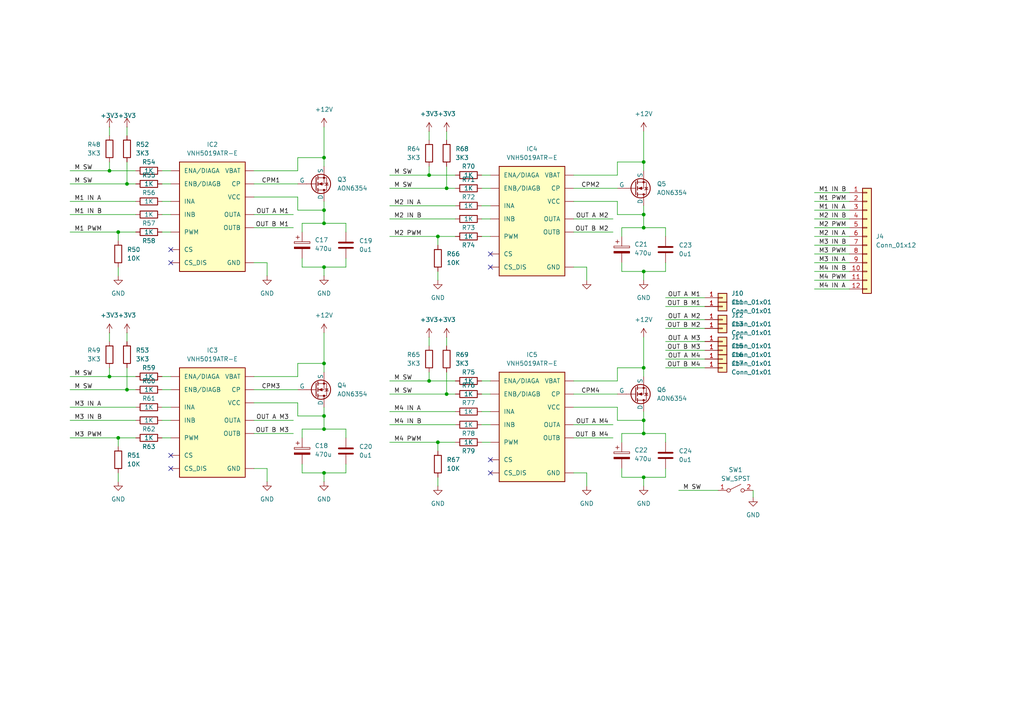
<source format=kicad_sch>
(kicad_sch (version 20231120) (generator "eeschema") (generator_version "8.0")
  (paper "A4")
  (lib_symbols
    (symbol "Connector_Generic:Conn_01x01" (pin_names (offset 1.016) hide)
      (property "Reference" "J" (at 0 2.54 0))
      (property "Value" "Conn_01x01" (at 0 -2.54 0))
      (symbol "Conn_01x01_1_1"
        (rectangle (start -1.27 0.127) (end 0 -0.127) (stroke (width 0.1524)))
        (rectangle (start -1.27 1.27) (end 1.27 -1.27) (stroke (width 0.254)) (fill (type background)))
        (pin passive line (at -5.08 0 0) (length 3.81) (name "Pin_1") (number "1"))
      )
    )
    (symbol "Connector_Generic:Conn_01x12" (pin_names (offset 1.016) hide)
      (property "Reference" "J" (at 0 15.24 0))
      (property "Value" "Conn_01x12" (at 0 -17.78 0))
      (symbol "Conn_01x12_1_1"
        (rectangle (start -1.27 -15.113) (end 0 -15.367) (stroke (width 0.1524)))
        (rectangle (start -1.27 -12.573) (end 0 -12.827) (stroke (width 0.1524)))
        (rectangle (start -1.27 -10.033) (end 0 -10.287) (stroke (width 0.1524)))
        (rectangle (start -1.27 -7.493) (end 0 -7.747) (stroke (width 0.1524)))
        (rectangle (start -1.27 -4.953) (end 0 -5.207) (stroke (width 0.1524)))
        (rectangle (start -1.27 -2.413) (end 0 -2.667) (stroke (width 0.1524)))
        (rectangle (start -1.27 0.127) (end 0 -0.127) (stroke (width 0.1524)))
        (rectangle (start -1.27 2.667) (end 0 2.413) (stroke (width 0.1524)))
        (rectangle (start -1.27 5.207) (end 0 4.953) (stroke (width 0.1524)))
        (rectangle (start -1.27 7.747) (end 0 7.493) (stroke (width 0.1524)))
        (rectangle (start -1.27 10.287) (end 0 10.033) (stroke (width 0.1524)))
        (rectangle (start -1.27 12.827) (end 0 12.573) (stroke (width 0.1524)))
        (rectangle (start -1.27 13.97) (end 1.27 -16.51) (stroke (width 0.254)) (fill (type background)))
        (pin passive line (at -5.08 12.7 0) (length 3.81) (name "Pin_1") (number "1"))
        (pin passive line (at -5.08 -10.16 0) (length 3.81) (name "Pin_10") (number "10"))
        (pin passive line (at -5.08 -12.7 0) (length 3.81) (name "Pin_11") (number "11"))
        (pin passive line (at -5.08 -15.24 0) (length 3.81) (name "Pin_12") (number "12"))
        (pin passive line (at -5.08 10.16 0) (length 3.81) (name "Pin_2") (number "2"))
        (pin passive line (at -5.08 7.62 0) (length 3.81) (name "Pin_3") (number "3"))
        (pin passive line (at -5.08 5.08 0) (length 3.81) (name "Pin_4") (number "4"))
        (pin passive line (at -5.08 2.54 0) (length 3.81) (name "Pin_5") (number "5"))
        (pin passive line (at -5.08 0 0) (length 3.81) (name "Pin_6") (number "6"))
        (pin passive line (at -5.08 -2.54 0) (length 3.81) (name "Pin_7") (number "7"))
        (pin passive line (at -5.08 -5.08 0) (length 3.81) (name "Pin_8") (number "8"))
        (pin passive line (at -5.08 -7.62 0) (length 3.81) (name "Pin_9") (number "9"))
      )
    )
    (symbol "Device:C" (pin_numbers hide) (pin_names (offset 0.254))
      (property "Reference" "C" (at 0.635 2.54 0))
      (property "Value" "C" (at 0.635 -2.54 0))
      (symbol "C_0_1"
        (polyline (pts (xy -2.032 -0.762) (xy 2.032 -0.762)) (stroke (width 0.508)))
        (polyline (pts (xy -2.032 0.762) (xy 2.032 0.762)) (stroke (width 0.508)))
      )
      (symbol "C_1_1"
        (pin passive line (at 0 3.81 270) (length 2.794) (name "~") (number "1"))
        (pin passive line (at 0 -3.81 90) (length 2.794) (name "~") (number "2"))
      )
    )
    (symbol "Device:C_Polarized" (pin_numbers hide) (pin_names (offset 0.254))
      (property "Reference" "C" (at 0.635 2.54 0))
      (property "Value" "C_Polarized" (at 0.635 -2.54 0))
      (symbol "C_Polarized_0_1"
        (rectangle (start -2.286 0.508) (end 2.286 1.016))
        (polyline (pts (xy -1.778 2.286) (xy -0.762 2.286)))
        (polyline (pts (xy -1.27 2.794) (xy -1.27 1.778)))
        (rectangle (start 2.286 -0.508) (end -2.286 -1.016) (fill (type outline)))
      )
      (symbol "C_Polarized_1_1"
        (pin passive line (at 0 3.81 270) (length 2.794) (name "~") (number "1"))
        (pin passive line (at 0 -3.81 90) (length 2.794) (name "~") (number "2"))
      )
    )
    (symbol "Device:R" (pin_numbers hide) (pin_names (offset 0))
      (property "Reference" "R" (at 2.032 0 90))
      (property "Value" "R" (at 0 0 90))
      (symbol "R_0_1"
        (rectangle (start -1.016 -2.54) (end 1.016 2.54) (stroke (width 0.254)))
      )
      (symbol "R_1_1"
        (pin passive line (at 0 3.81 270) (length 1.27) (name "~") (number "1"))
        (pin passive line (at 0 -3.81 90) (length 1.27) (name "~") (number "2"))
      )
    )
    (symbol "Switch:SW_SPST" (pin_names (offset 0) hide)
      (property "Reference" "SW" (at 0 3.175 0))
      (property "Value" "SW_SPST" (at 0 -2.54 0))
      (symbol "SW_SPST_0_0"
        (circle (center -2.032 0) (radius 0.508))
        (polyline (pts (xy -1.524 0.254) (xy 1.524 1.778)))
        (circle (center 2.032 0) (radius 0.508))
      )
      (symbol "SW_SPST_1_1"
        (pin passive line (at -5.08 0 0) (length 2.54) (name "A") (number "1"))
        (pin passive line (at 5.08 0 180) (length 2.54) (name "B") (number "2"))
      )
    )
    (symbol "power:+12V" (power) (pin_names (offset 0))
      (property "Value" "+12V" (at 0 3.556 0))
      (symbol "+12V_0_1"
        (polyline (pts (xy -0.762 1.27) (xy 0 2.54)))
        (polyline (pts (xy 0 0) (xy 0 2.54)))
        (polyline (pts (xy 0 2.54) (xy 0.762 1.27)))
      )
      (symbol "+12V_1_1"
        (pin power_in line (at 0 0 90) (length 0) hide (name "+12V") (number "1"))
      )
    )
    (symbol "power:+3V3" (power) (pin_numbers hide) (pin_names (offset 0) hide)
      (property "Value" "+3V3" (at 0 3.556 0))
      (symbol "+3V3_0_1"
        (polyline (pts (xy -0.762 1.27) (xy 0 2.54)))
        (polyline (pts (xy 0 0) (xy 0 2.54)))
        (polyline (pts (xy 0 2.54) (xy 0.762 1.27)))
      )
      (symbol "+3V3_1_1"
        (pin power_in line (at 0 0 90) (length 0) (name "~") (number "1"))
      )
    )
    (symbol "power:GND" (power) (pin_numbers hide) (pin_names (offset 0) hide)
      (property "Value" "GND" (at 0 -3.81 0))
      (symbol "GND_0_1"
        (polyline (pts (xy 0 0) (xy 0 -1.27) (xy 1.27 -1.27) (xy 0 -2.54) (xy -1.27 -1.27) (xy 0 -1.27)))
      )
      (symbol "GND_1_1"
        (pin power_in line (at 0 0 270) (length 0) (name "~") (number "1"))
      )
    )
    (symbol "vincent:AON6354" (pin_numbers hide) (pin_names (offset 0))
      (property "Reference" "Q" (at 10.16 1.27 0))
      (property "Value" "AON6354" (at 10.16 -1.27 0))
      (symbol "AON6354_0_1"
        (polyline (pts (xy 5.334 0) (xy 2.54 0)))
        (polyline (pts (xy 5.334 1.905) (xy 5.334 -1.905)) (stroke (width 0.254)))
        (polyline (pts (xy 5.842 -1.27) (xy 5.842 -2.286)) (stroke (width 0.254)))
        (polyline (pts (xy 5.842 0.508) (xy 5.842 -0.508)) (stroke (width 0.254)))
        (polyline (pts (xy 5.842 2.286) (xy 5.842 1.27)) (stroke (width 0.254)))
        (polyline (pts (xy 7.62 2.54) (xy 7.62 1.778)))
        (polyline (pts (xy 7.62 -2.54) (xy 7.62 0) (xy 5.842 0)))
        (polyline (pts (xy 5.842 -1.778) (xy 8.382 -1.778) (xy 8.382 1.778) (xy 5.842 1.778)))
        (polyline (pts (xy 6.096 0) (xy 7.112 0.381) (xy 7.112 -0.381) (xy 6.096 0)) (fill (type outline)))
        (polyline (pts (xy 7.874 0.508) (xy 8.001 0.381) (xy 8.763 0.381) (xy 8.89 0.254)))
        (polyline (pts (xy 8.382 0.381) (xy 8.001 -0.254) (xy 8.763 -0.254) (xy 8.382 0.381)))
        (circle (center 6.731 0) (radius 2.794) (stroke (width 0.254)))
        (circle (center 7.62 -1.778) (radius 0.254) (fill (type outline)))
        (circle (center 7.62 1.778) (radius 0.254) (fill (type outline)))
      )
      (symbol "AON6354_1_1"
        (pin passive line (at 7.62 -5.08 90) (length 2.54) (name "S") (number "1"))
        (pin passive line (at 7.62 -5.08 90) (length 2.54) hide (name "S") (number "2"))
        (pin passive line (at 7.62 -5.08 90) (length 2.54) hide (name "S") (number "3"))
        (pin input line (at 0 0 0) (length 2.54) (name "G") (number "4"))
        (pin passive line (at 7.62 5.08 270) (length 2.54) (name "D") (number "5"))
        (pin passive line (at 7.62 5.08 270) (length 2.54) hide (name "D") (number "6"))
        (pin passive line (at 7.62 5.08 270) (length 2.54) hide (name "D") (number "7"))
        (pin passive line (at 7.62 5.08 270) (length 2.54) hide (name "D") (number "8"))
        (pin passive line (at 7.62 5.08 270) (length 2.54) hide (name "D") (number "9"))
      )
    )
    (symbol "vincent:VNH5019ATR-E" (pin_numbers hide) (pin_names (offset 1.27))
      (property "Reference" "IC" (at 5.08 6.35 0))
      (property "Value" "VNH5019ATR-E" (at 11.43 3.81 0))
      (symbol "VNH5019ATR-E_1_1"
        (rectangle (start 5.08 2.54) (end 24.13 -29.21) (stroke (width 0.254)) (fill (type background)))
        (pin input line (at 26.67 -12.7 180) (length 2.54) (name "OUTA") (number "1"))
        (pin input line (at 2.54 -12.7 0) (length 2.54) (name "INB") (number "10"))
        (pin input line (at 26.67 -3.81 180) (length 2.54) (name "CP") (number "11"))
        (pin input line (at 26.67 0 180) (length 2.54) (name "VBAT") (number "12"))
        (pin input line (at 26.67 -7.62 180) (length 2.54) hide (name "VCC") (number "13"))
        (pin no_connect line (at 26.67 -24.13 180) (length 2.54) hide (name "NC") (number "14"))
        (pin input line (at 26.67 -16.51 180) (length 2.54) (name "OUTB") (number "15"))
        (pin input line (at 26.67 -16.51 180) (length 2.54) hide (name "OUTB") (number "16"))
        (pin no_connect line (at 26.67 -24.13 180) (length 2.54) hide (name "NC") (number "17"))
        (pin input line (at 26.67 -26.67 180) (length 2.54) (name "GND") (number "18"))
        (pin input line (at 26.67 -26.67 180) (length 2.54) hide (name "GND") (number "19"))
        (pin no_connect line (at 26.67 -24.13 180) (length 2.54) hide (name "NC") (number "2"))
        (pin input line (at 26.67 -26.67 180) (length 2.54) hide (name "GND") (number "20"))
        (pin input line (at 26.67 -16.51 180) (length 2.54) hide (name "OUTB") (number "21"))
        (pin no_connect line (at 26.67 -24.13 180) (length 2.54) hide (name "NC") (number "22"))
        (pin input line (at 26.67 -7.62 180) (length 2.54) hide (name "VCC") (number "23"))
        (pin no_connect line (at 26.67 -24.13 180) (length 2.54) hide (name "NC") (number "24"))
        (pin input line (at 26.67 -12.7 180) (length 2.54) hide (name "OUTA") (number "25"))
        (pin input line (at 26.67 -26.67 180) (length 2.54) hide (name "GND") (number "26"))
        (pin input line (at 26.67 -26.67 180) (length 2.54) hide (name "GND") (number "27"))
        (pin input line (at 26.67 -26.67 180) (length 2.54) hide (name "GND") (number "28"))
        (pin no_connect line (at 26.67 -24.13 180) (length 2.54) hide (name "NC") (number "29"))
        (pin input line (at 26.67 -7.62 180) (length 2.54) (name "VCC") (number "3"))
        (pin input line (at 26.67 -12.7 180) (length 2.54) hide (name "OUTA") (number "30"))
        (pin input line (at 26.67 -12.7 180) (length 2.54) hide (name "OUTA") (number "31"))
        (pin input line (at 26.67 -16.51 180) (length 2.54) hide (name "OUTB") (number "32"))
        (pin input line (at 26.67 -7.62 180) (length 2.54) hide (name "VCC") (number "33"))
        (pin input line (at 2.54 -8.89 0) (length 2.54) (name "INA") (number "4"))
        (pin input line (at 2.54 0 0) (length 2.54) (name "ENA/DIAGA") (number "5"))
        (pin input line (at 2.54 -26.67 0) (length 2.54) (name "CS_DIS") (number "6"))
        (pin input line (at 2.54 -17.78 0) (length 2.54) (name "PWM") (number "7"))
        (pin input line (at 2.54 -22.86 0) (length 2.54) (name "CS") (number "8"))
        (pin input line (at 2.54 -3.81 0) (length 2.54) (name "ENB/DIAGB") (number "9"))
      )
    )
  )
  (junction (at 124.46 50.8))
  (junction (at 93.98 105.41))
  (junction (at 129.54 114.3))
  (junction (at 93.98 45.72))
  (junction (at 36.83 113.03))
  (junction (at 93.98 137.16))
  (junction (at 124.46 110.49))
  (junction (at 127 68.58))
  (junction (at 186.69 138.43))
  (junction (at 36.83 53.34))
  (junction (at 93.98 60.96))
  (junction (at 93.98 120.65))
  (junction (at 93.98 64.77))
  (junction (at 34.29 67.31))
  (junction (at 186.69 46.99))
  (junction (at 186.69 62.23))
  (junction (at 186.69 66.04))
  (junction (at 93.98 77.47))
  (junction (at 186.69 106.68))
  (junction (at 31.75 49.53))
  (junction (at 31.75 109.22))
  (junction (at 186.69 121.92))
  (junction (at 186.69 125.73))
  (junction (at 127 128.27))
  (junction (at 186.69 78.74))
  (junction (at 93.98 124.46))
  (junction (at 34.29 127))
  (junction (at 129.54 54.61))
  (no_connect (at 49.53 135.89))
  (no_connect (at 142.24 133.35))
  (no_connect (at 49.53 132.08))
  (no_connect (at 49.53 72.39))
  (no_connect (at 142.24 137.16))
  (no_connect (at 142.24 77.47))
  (no_connect (at 49.53 76.2))
  (no_connect (at 142.24 73.66))
  (wire (pts (xy 46.99 113.03) (xy 49.53 113.03)))
  (wire (pts (xy 236.22 76.2) (xy 246.38 76.2)))
  (wire (pts (xy 246.38 81.28) (xy 236.22 81.28)))
  (wire (pts (xy 31.75 109.22) (xy 39.37 109.22)))
  (wire (pts (xy 246.38 55.88) (xy 236.22 55.88)))
  (wire (pts (xy 166.37 123.19) (xy 177.8 123.19)))
  (wire (pts (xy 73.66 135.89) (xy 77.47 135.89)))
  (wire (pts (xy 170.18 137.16) (xy 170.18 140.97)))
  (wire (pts (xy 127 68.58) (xy 132.08 68.58)))
  (wire (pts (xy 77.47 76.2) (xy 77.47 80.01)))
  (wire (pts (xy 31.75 46.99) (xy 31.75 49.53)))
  (wire (pts (xy 46.99 49.53) (xy 49.53 49.53)))
  (wire (pts (xy 193.04 125.73) (xy 193.04 128.27)))
  (wire (pts (xy 179.07 46.99) (xy 186.69 46.99)))
  (wire (pts (xy 180.34 138.43) (xy 186.69 138.43)))
  (wire (pts (xy 139.7 128.27) (xy 142.24 128.27)))
  (wire (pts (xy 246.38 73.66) (xy 236.22 73.66)))
  (wire (pts (xy 46.99 118.11) (xy 49.53 118.11)))
  (wire (pts (xy 129.54 107.95) (xy 129.54 114.3)))
  (wire (pts (xy 166.37 67.31) (xy 177.8 67.31)))
  (wire (pts (xy 93.98 60.96) (xy 93.98 64.77)))
  (wire (pts (xy 20.32 49.53) (xy 31.75 49.53)))
  (wire (pts (xy 166.37 110.49) (xy 179.07 110.49)))
  (wire (pts (xy 124.46 110.49) (xy 132.08 110.49)))
  (wire (pts (xy 129.54 114.3) (xy 132.08 114.3)))
  (wire (pts (xy 20.32 109.22) (xy 31.75 109.22)))
  (wire (pts (xy 166.37 77.47) (xy 170.18 77.47)))
  (wire (pts (xy 86.36 109.22) (xy 86.36 105.41)))
  (wire (pts (xy 179.07 118.11) (xy 179.07 121.92)))
  (wire (pts (xy 36.83 113.03) (xy 39.37 113.03)))
  (wire (pts (xy 127 128.27) (xy 132.08 128.27)))
  (wire (pts (xy 180.34 78.74) (xy 186.69 78.74)))
  (wire (pts (xy 93.98 137.16) (xy 93.98 139.7)))
  (wire (pts (xy 193.04 101.6) (xy 204.47 101.6)))
  (wire (pts (xy 193.04 76.2) (xy 193.04 78.74)))
  (wire (pts (xy 113.03 128.27) (xy 127 128.27)))
  (wire (pts (xy 36.83 96.52) (xy 36.83 99.06)))
  (wire (pts (xy 186.69 49.53) (xy 186.69 46.99)))
  (wire (pts (xy 20.32 58.42) (xy 39.37 58.42)))
  (wire (pts (xy 193.04 92.71) (xy 204.47 92.71)))
  (wire (pts (xy 93.98 120.65) (xy 93.98 124.46)))
  (wire (pts (xy 93.98 107.95) (xy 93.98 105.41)))
  (wire (pts (xy 73.66 113.03) (xy 86.36 113.03)))
  (wire (pts (xy 139.7 68.58) (xy 142.24 68.58)))
  (wire (pts (xy 46.99 121.92) (xy 49.53 121.92)))
  (wire (pts (xy 218.44 144.272) (xy 218.44 142.24)))
  (wire (pts (xy 186.69 78.74) (xy 186.69 81.28)))
  (wire (pts (xy 236.22 83.82) (xy 246.38 83.82)))
  (wire (pts (xy 186.69 97.79) (xy 186.69 106.68)))
  (wire (pts (xy 193.04 135.89) (xy 193.04 138.43)))
  (wire (pts (xy 139.7 63.5) (xy 142.24 63.5)))
  (wire (pts (xy 87.63 137.16) (xy 93.98 137.16)))
  (wire (pts (xy 100.33 134.62) (xy 100.33 137.16)))
  (wire (pts (xy 77.47 135.89) (xy 77.47 139.7)))
  (wire (pts (xy 46.99 109.22) (xy 49.53 109.22)))
  (wire (pts (xy 180.34 125.73) (xy 180.34 128.27)))
  (wire (pts (xy 86.36 105.41) (xy 93.98 105.41)))
  (wire (pts (xy 20.32 127) (xy 34.29 127)))
  (wire (pts (xy 20.32 67.31) (xy 34.29 67.31)))
  (wire (pts (xy 113.03 114.3) (xy 129.54 114.3)))
  (wire (pts (xy 246.38 71.12) (xy 236.22 71.12)))
  (wire (pts (xy 20.32 118.11) (xy 39.37 118.11)))
  (wire (pts (xy 124.46 48.26) (xy 124.46 50.8)))
  (wire (pts (xy 73.66 76.2) (xy 77.47 76.2)))
  (wire (pts (xy 87.63 134.62) (xy 87.63 137.16)))
  (wire (pts (xy 166.37 58.42) (xy 179.07 58.42)))
  (wire (pts (xy 180.34 135.89) (xy 180.34 138.43)))
  (wire (pts (xy 246.38 78.74) (xy 236.22 78.74)))
  (wire (pts (xy 46.99 53.34) (xy 49.53 53.34)))
  (wire (pts (xy 93.98 137.16) (xy 100.33 137.16)))
  (wire (pts (xy 246.38 66.04) (xy 236.22 66.04)))
  (wire (pts (xy 193.04 88.9) (xy 204.47 88.9)))
  (wire (pts (xy 20.32 113.03) (xy 36.83 113.03)))
  (wire (pts (xy 86.36 49.53) (xy 86.36 45.72)))
  (wire (pts (xy 186.69 62.23) (xy 186.69 66.04)))
  (wire (pts (xy 129.54 38.1) (xy 129.54 40.64)))
  (wire (pts (xy 100.33 124.46) (xy 100.33 127)))
  (wire (pts (xy 87.63 74.93) (xy 87.63 77.47)))
  (wire (pts (xy 87.63 64.77) (xy 87.63 67.31)))
  (wire (pts (xy 73.66 57.15) (xy 86.36 57.15)))
  (wire (pts (xy 34.29 67.31) (xy 39.37 67.31)))
  (wire (pts (xy 93.98 96.52) (xy 93.98 105.41)))
  (wire (pts (xy 73.66 53.34) (xy 86.36 53.34)))
  (wire (pts (xy 34.29 127) (xy 34.29 129.54)))
  (wire (pts (xy 87.63 77.47) (xy 93.98 77.47)))
  (wire (pts (xy 93.98 118.11) (xy 93.98 120.65)))
  (wire (pts (xy 193.04 99.06) (xy 204.47 99.06)))
  (wire (pts (xy 246.38 58.42) (xy 236.22 58.42)))
  (wire (pts (xy 31.75 49.53) (xy 39.37 49.53)))
  (wire (pts (xy 31.75 106.68) (xy 31.75 109.22)))
  (wire (pts (xy 93.98 77.47) (xy 100.33 77.47)))
  (wire (pts (xy 36.83 36.83) (xy 36.83 39.37)))
  (wire (pts (xy 34.29 77.47) (xy 34.29 80.01)))
  (wire (pts (xy 46.99 127) (xy 49.53 127)))
  (wire (pts (xy 113.03 59.69) (xy 132.08 59.69)))
  (wire (pts (xy 186.69 109.22) (xy 186.69 106.68)))
  (wire (pts (xy 186.69 78.74) (xy 193.04 78.74)))
  (wire (pts (xy 86.36 60.96) (xy 93.98 60.96)))
  (wire (pts (xy 193.04 66.04) (xy 193.04 68.58)))
  (wire (pts (xy 20.32 53.34) (xy 36.83 53.34)))
  (wire (pts (xy 139.7 119.38) (xy 142.24 119.38)))
  (wire (pts (xy 186.69 121.92) (xy 186.69 125.73)))
  (wire (pts (xy 166.37 50.8) (xy 179.07 50.8)))
  (wire (pts (xy 180.34 125.73) (xy 186.69 125.73)))
  (wire (pts (xy 93.98 124.46) (xy 100.33 124.46)))
  (wire (pts (xy 180.34 66.04) (xy 186.69 66.04)))
  (wire (pts (xy 73.66 121.92) (xy 85.09 121.92)))
  (wire (pts (xy 36.83 46.99) (xy 36.83 53.34)))
  (wire (pts (xy 236.22 68.58) (xy 246.38 68.58)))
  (wire (pts (xy 166.37 54.61) (xy 179.07 54.61)))
  (wire (pts (xy 87.63 124.46) (xy 87.63 127)))
  (wire (pts (xy 166.37 118.11) (xy 179.07 118.11)))
  (wire (pts (xy 170.18 77.47) (xy 170.18 81.28)))
  (wire (pts (xy 100.33 64.77) (xy 100.33 67.31)))
  (wire (pts (xy 127 68.58) (xy 127 71.12)))
  (wire (pts (xy 139.7 123.19) (xy 142.24 123.19)))
  (wire (pts (xy 196.85 142.24) (xy 208.28 142.24)))
  (wire (pts (xy 186.69 38.1) (xy 186.69 46.99)))
  (wire (pts (xy 31.75 36.83) (xy 31.75 39.37)))
  (wire (pts (xy 127 128.27) (xy 127 130.81)))
  (wire (pts (xy 93.98 36.83) (xy 93.98 45.72)))
  (wire (pts (xy 113.03 123.19) (xy 132.08 123.19)))
  (wire (pts (xy 129.54 97.79) (xy 129.54 100.33)))
  (wire (pts (xy 124.46 97.79) (xy 124.46 100.33)))
  (wire (pts (xy 186.69 59.69) (xy 186.69 62.23)))
  (wire (pts (xy 186.69 138.43) (xy 193.04 138.43)))
  (wire (pts (xy 139.7 114.3) (xy 142.24 114.3)))
  (wire (pts (xy 166.37 63.5) (xy 177.8 63.5)))
  (wire (pts (xy 139.7 54.61) (xy 142.24 54.61)))
  (wire (pts (xy 73.66 116.84) (xy 86.36 116.84)))
  (wire (pts (xy 179.07 58.42) (xy 179.07 62.23)))
  (wire (pts (xy 31.75 96.52) (xy 31.75 99.06)))
  (wire (pts (xy 246.38 63.5) (xy 236.22 63.5)))
  (wire (pts (xy 36.83 53.34) (xy 39.37 53.34)))
  (wire (pts (xy 193.04 95.25) (xy 204.47 95.25)))
  (wire (pts (xy 87.63 124.46) (xy 93.98 124.46)))
  (wire (pts (xy 100.33 74.93) (xy 100.33 77.47)))
  (wire (pts (xy 34.29 67.31) (xy 34.29 69.85)))
  (wire (pts (xy 186.69 119.38) (xy 186.69 121.92)))
  (wire (pts (xy 34.29 137.16) (xy 34.29 139.7)))
  (wire (pts (xy 180.34 66.04) (xy 180.34 68.58)))
  (wire (pts (xy 179.07 106.68) (xy 186.69 106.68)))
  (wire (pts (xy 166.37 127) (xy 177.8 127)))
  (wire (pts (xy 139.7 50.8) (xy 142.24 50.8)))
  (wire (pts (xy 113.03 119.38) (xy 132.08 119.38)))
  (wire (pts (xy 113.03 63.5) (xy 132.08 63.5)))
  (wire (pts (xy 113.03 68.58) (xy 127 68.58)))
  (wire (pts (xy 127 138.43) (xy 127 140.97)))
  (wire (pts (xy 93.98 48.26) (xy 93.98 45.72)))
  (wire (pts (xy 73.66 62.23) (xy 85.09 62.23)))
  (wire (pts (xy 179.07 50.8) (xy 179.07 46.99)))
  (wire (pts (xy 124.46 50.8) (xy 132.08 50.8)))
  (wire (pts (xy 180.34 76.2) (xy 180.34 78.74)))
  (wire (pts (xy 20.32 62.23) (xy 39.37 62.23)))
  (wire (pts (xy 36.83 106.68) (xy 36.83 113.03)))
  (wire (pts (xy 193.04 86.36) (xy 204.47 86.36)))
  (wire (pts (xy 124.46 107.95) (xy 124.46 110.49)))
  (wire (pts (xy 186.69 66.04) (xy 193.04 66.04)))
  (wire (pts (xy 73.66 49.53) (xy 86.36 49.53)))
  (wire (pts (xy 139.7 110.49) (xy 142.24 110.49)))
  (wire (pts (xy 46.99 62.23) (xy 49.53 62.23)))
  (wire (pts (xy 34.29 127) (xy 39.37 127)))
  (wire (pts (xy 93.98 64.77) (xy 100.33 64.77)))
  (wire (pts (xy 139.7 59.69) (xy 142.24 59.69)))
  (wire (pts (xy 113.03 110.49) (xy 124.46 110.49)))
  (wire (pts (xy 166.37 114.3) (xy 179.07 114.3)))
  (wire (pts (xy 86.36 116.84) (xy 86.36 120.65)))
  (wire (pts (xy 73.66 109.22) (xy 86.36 109.22)))
  (wire (pts (xy 46.99 67.31) (xy 49.53 67.31)))
  (wire (pts (xy 86.36 120.65) (xy 93.98 120.65)))
  (wire (pts (xy 193.04 104.14) (xy 204.47 104.14)))
  (wire (pts (xy 129.54 54.61) (xy 132.08 54.61)))
  (wire (pts (xy 73.66 125.73) (xy 85.09 125.73)))
  (wire (pts (xy 93.98 77.47) (xy 93.98 80.01)))
  (wire (pts (xy 46.99 58.42) (xy 49.53 58.42)))
  (wire (pts (xy 86.36 45.72) (xy 93.98 45.72)))
  (wire (pts (xy 73.66 66.04) (xy 85.09 66.04)))
  (wire (pts (xy 186.69 125.73) (xy 193.04 125.73)))
  (wire (pts (xy 193.04 106.68) (xy 204.47 106.68)))
  (wire (pts (xy 166.37 137.16) (xy 170.18 137.16)))
  (wire (pts (xy 124.46 38.1) (xy 124.46 40.64)))
  (wire (pts (xy 236.22 60.96) (xy 246.38 60.96)))
  (wire (pts (xy 127 78.74) (xy 127 81.28)))
  (wire (pts (xy 179.07 62.23) (xy 186.69 62.23)))
  (wire (pts (xy 179.07 110.49) (xy 179.07 106.68)))
  (wire (pts (xy 179.07 121.92) (xy 186.69 121.92)))
  (wire (pts (xy 86.36 57.15) (xy 86.36 60.96)))
  (wire (pts (xy 20.32 121.92) (xy 39.37 121.92)))
  (wire (pts (xy 113.03 50.8) (xy 124.46 50.8)))
  (wire (pts (xy 113.03 54.61) (xy 129.54 54.61)))
  (wire (pts (xy 87.63 64.77) (xy 93.98 64.77)))
  (wire (pts (xy 129.54 48.26) (xy 129.54 54.61)))
  (wire (pts (xy 186.69 138.43) (xy 186.69 140.97)))
  (wire (pts (xy 93.98 58.42) (xy 93.98 60.96)))
  (label "M4 IN A" (at 114.3 119.38 0))
  (label "M SW" (at 114.3 110.49 0))
  (label "OUT A M1" (at 203.2 86.36 180))
  (label "OUT B M2" (at 203.2 95.25 180))
  (label "OUT B M3" (at 203.2 101.6 180))
  (label "CPM2" (at 173.99 54.61 180))
  (label "OUT B M4" (at 203.2 106.68 180))
  (label "OUT A M2" (at 176.53 63.5 180))
  (label "M1 IN B" (at 21.59 62.23 0))
  (label "M2 IN B" (at 237.49 63.5 0))
  (label "M4 PWM" (at 114.3 128.27 0))
  (label "M4 IN A" (at 237.49 83.82 0))
  (label "M3 IN B" (at 21.59 121.92 0))
  (label "OUT A M2" (at 203.2 92.71 180))
  (label "OUT A M3" (at 203.2 99.06 180))
  (label "M1 IN A" (at 21.59 58.42 0))
  (label "M SW" (at 21.59 49.53 0))
  (label "M2 IN A" (at 114.3 59.69 0))
  (label "M SW" (at 114.3 50.8 0))
  (label "OUT B M2" (at 176.53 67.31 180))
  (label "OUT B M3" (at 83.82 125.73 180))
  (label "CPM4" (at 173.99 114.3 180))
  (label "OUT A M4" (at 176.53 123.19 180))
  (label "M3 IN B" (at 237.49 71.12 0))
  (label "M4 PWM" (at 237.49 81.28 0))
  (label "M SW" (at 21.59 109.22 0))
  (label "M2 PWM" (at 114.3 68.58 0))
  (label "M4 IN B" (at 114.3 123.19 0))
  (label "M3 IN A" (at 237.49 76.2 0))
  (label "M1 IN A" (at 237.49 60.96 0))
  (label "M3 IN A" (at 21.59 118.11 0))
  (label "OUT B M1" (at 83.82 66.04 180))
  (label "CPM3" (at 81.28 113.03 180))
  (label "CPM1" (at 81.28 53.34 180))
  (label "M3 PWM" (at 21.59 127 0))
  (label "M2 IN B" (at 114.3 63.5 0))
  (label "M1 PWM" (at 237.49 58.42 0))
  (label "M SW" (at 21.59 53.34 0))
  (label "M1 PWM" (at 21.59 67.31 0))
  (label "M2 PWM" (at 237.49 66.04 0))
  (label "M SW" (at 114.3 114.3 0))
  (label "OUT A M3" (at 83.82 121.92 180))
  (label "OUT B M1" (at 203.2 88.9 180))
  (label "M SW" (at 114.3 54.61 0))
  (label "M SW" (at 21.59 113.03 0))
  (label "OUT B M4" (at 176.53 127 180))
  (label "OUT A M1" (at 83.82 62.23 180))
  (label "M1 IN B" (at 237.49 55.88 0))
  (label "M SW" (at 198.12 142.24 0))
  (label "M3 PWM" (at 237.49 73.66 0))
  (label "M4 IN B" (at 237.49 78.74 0))
  (label "OUT A M4" (at 203.2 104.14 180))
  (label "M2 IN A" (at 237.49 68.58 0))
  (symbol (lib_id "power:+3V3") (at 129.54 97.79 0) (unit 1)
    (property "Reference" "#PWR068" (effects (hide yes)))
    (property "Value" "+3V3" (at 129.54 92.71 0))
  )
  (symbol (lib_id "power:GND") (at 34.29 139.7 0) (unit 1)
    (property "Reference" "#PWR054" (effects (hide yes)))
    (property "Value" "GND" (at 34.29 144.78 0))
  )
  (symbol (lib_id "Connector_Generic:Conn_01x01") (at 209.55 86.36 0) (unit 1)
    (property "Reference" "J10" (at 212.09 85.09 0) (effects (justify left)))
    (property "Value" "Conn_01x01" (at 212.09 87.63 0) (effects (justify left)))
    (property "Footprint" "2025:18 AWG" (effects (hide yes)))
  )
  (symbol (lib_id "power:GND") (at 170.18 81.28 0) (unit 1)
    (property "Reference" "#PWR069" (effects (hide yes)))
    (property "Value" "GND" (effects (hide yes)))
  )
  (symbol (lib_id "Device:R") (at 127 134.62 0) (unit 1)
    (property "Reference" "R67" (at 129.54 133.35 0) (effects (justify left)))
    (property "Value" "10K" (at 129.54 135.89 0) (effects (justify left)))
    (property "Footprint" "2025:res0603" (effects (hide yes)))
  )
  (symbol (lib_id "power:+12V") (at 186.69 97.79 0) (unit 1)
    (property "Reference" "#PWR075" (effects (hide yes)))
    (property "Value" "+12V" (at 186.69 92.71 0))
  )
  (symbol (lib_id "vincent:AON6354") (at 179.07 114.3 0) (mirror x) (unit 1)
    (property "Reference" "Q6" (at 190.5 113.03 0) (effects (justify left)))
    (property "Value" "AON6354" (at 190.5 115.57 0) (effects (justify left)))
    (property "Footprint" "2025:8-DFN (5x6)" (effects (hide yes)))
    (property "Datasheet" "https://aosmd.com/res/data_sheets/AON6354.pdf" (effects (hide yes)))
  )
  (symbol (lib_id "Connector_Generic:Conn_01x01") (at 209.55 104.14 0) (unit 1)
    (property "Reference" "J16" (at 212.09 102.87 0) (effects (justify left)))
    (property "Value" "Conn_01x01" (at 212.09 105.41 0) (effects (justify left)))
    (property "Footprint" "2025:18 AWG" (effects (hide yes)))
  )
  (symbol (lib_id "Device:C") (at 193.04 72.39 0) (mirror y) (unit 1)
    (property "Reference" "C23" (at 196.85 71.1199 0) (effects (justify right)))
    (property "Value" "0u1" (at 196.85 73.6599 0) (effects (justify right)))
    (property "Footprint" "2025:cap0603" (effects (hide yes)))
    (property "LCSC" "C3011705" (effects (hide yes)))
  )
  (symbol (lib_id "Device:R") (at 135.89 68.58 90) (mirror x) (unit 1)
    (property "Reference" "R74" (at 135.89 71.12 90))
    (property "Value" "1K" (at 135.89 68.58 90))
    (property "Footprint" "2025:res0603" (effects (hide yes)))
  )
  (symbol (lib_id "Device:R") (at 135.89 123.19 90) (mirror x) (unit 1)
    (property "Reference" "R78" (at 135.89 125.73 90))
    (property "Value" "1K" (at 135.89 123.19 90))
    (property "Footprint" "2025:res0603" (effects (hide yes)))
  )
  (symbol (lib_id "power:GND") (at 186.69 81.28 0) (unit 1)
    (property "Reference" "#PWR072" (effects (hide yes)))
    (property "Value" "GND" (at 186.69 86.36 0))
  )
  (symbol (lib_id "Device:R") (at 43.18 121.92 90) (mirror x) (unit 1)
    (property "Reference" "R62" (at 43.18 124.46 90))
    (property "Value" "1K" (at 43.18 121.92 90))
    (property "Footprint" "2025:res0603" (effects (hide yes)))
  )
  (symbol (lib_id "power:GND") (at 77.47 80.01 0) (unit 1)
    (property "Reference" "#PWR057" (effects (hide yes)))
    (property "Value" "GND" (at 77.47 85.09 0))
  )
  (symbol (lib_id "Device:R") (at 43.18 58.42 90) (unit 1)
    (property "Reference" "R56" (at 43.18 55.88 90))
    (property "Value" "1K" (at 43.18 58.42 90))
    (property "Footprint" "2025:res0603" (effects (hide yes)))
  )
  (symbol (lib_id "Device:R") (at 43.18 109.22 90) (unit 1)
    (property "Reference" "R59" (at 43.18 106.68 90))
    (property "Value" "1K" (at 43.18 109.22 90))
    (property "Footprint" "2025:res0603" (effects (hide yes)))
  )
  (symbol (lib_id "Device:R") (at 43.18 113.03 90) (unit 1)
    (property "Reference" "R60" (at 43.18 110.49 90))
    (property "Value" "1K" (at 43.18 113.03 90))
    (property "Footprint" "2025:res0603" (effects (hide yes)))
  )
  (symbol (lib_id "power:GND") (at 127 81.28 0) (unit 1)
    (property "Reference" "#PWR065" (effects (hide yes)))
    (property "Value" "GND" (at 127 86.36 0))
  )
  (symbol (lib_id "Connector_Generic:Conn_01x01") (at 209.55 95.25 0) (unit 1)
    (property "Reference" "J13" (at 212.09 93.98 0) (effects (justify left)))
    (property "Value" "Conn_01x01" (at 212.09 96.52 0) (effects (justify left)))
    (property "Footprint" "2025:18 AWG" (effects (hide yes)))
  )
  (symbol (lib_id "Device:R") (at 135.89 114.3 90) (unit 1)
    (property "Reference" "R76" (at 135.89 111.76 90))
    (property "Value" "1K" (at 135.89 114.3 90))
    (property "Footprint" "2025:res0603" (effects (hide yes)))
  )
  (symbol (lib_id "power:GND") (at 93.98 139.7 0) (unit 1)
    (property "Reference" "#PWR062" (effects (hide yes)))
    (property "Value" "GND" (at 93.98 144.78 0))
  )
  (symbol (lib_id "Device:R") (at 124.46 44.45 0) (mirror x) (unit 1)
    (property "Reference" "R64" (at 121.92 43.18 0) (effects (justify right)))
    (property "Value" "3K3" (at 121.92 45.72 0) (effects (justify right)))
    (property "Footprint" "2025:res0603" (effects (hide yes)))
  )
  (symbol (lib_id "Device:R") (at 43.18 118.11 90) (unit 1)
    (property "Reference" "R61" (at 43.18 115.57 90))
    (property "Value" "1K" (at 43.18 118.11 90))
    (property "Footprint" "2025:res0603" (effects (hide yes)))
  )
  (symbol (lib_id "Connector_Generic:Conn_01x01") (at 209.55 101.6 0) (unit 1)
    (property "Reference" "J15" (at 212.09 100.33 0) (effects (justify left)))
    (property "Value" "Conn_01x01" (at 212.09 102.87 0) (effects (justify left)))
    (property "Footprint" "2025:18 AWG" (effects (hide yes)))
  )
  (symbol (lib_id "Device:R") (at 43.18 49.53 90) (unit 1)
    (property "Reference" "R54" (at 43.18 46.99 90))
    (property "Value" "1K" (at 43.18 49.53 90))
    (property "Footprint" "2025:res0603" (effects (hide yes)))
  )
  (symbol (lib_id "vincent:VNH5019ATR-E") (at 46.99 109.22 0) (unit 1)
    (property "Reference" "IC3" (at 61.595 101.6 0))
    (property "Value" "VNH5019ATR-E" (at 61.595 104.14 0))
    (property "Footprint" "2025:VNH5019A-E" (effects (hide yes)))
    (property "Datasheet" "https://www.st.com/resource/en/datasheet/vnh5019a-e.pdf" (effects (hide yes)))
    (property "Mouser Part Number" "511-VNH5019ATR-E" (effects (hide yes)))
    (property "Mouser Price/Stock" "https://www.mouser.co.uk/ProductDetail/STMicroelectronics/VNH5019ATR-E?qs=T%2FOtf55vL7cDceYVZzSNKw%3D%3D" (effects (hide yes)))
    (property "Manufacturer_Name" "STMicroelectronics" (effects (hide yes)))
    (property "Manufacturer_Part_Number" "VNH5019ATR-E" (effects (hide yes)))
  )
  (symbol (lib_id "Device:R") (at 127 74.93 0) (unit 1)
    (property "Reference" "R66" (at 129.54 73.66 0) (effects (justify left)))
    (property "Value" "10K" (at 129.54 76.2 0) (effects (justify left)))
    (property "Footprint" "2025:res0603" (effects (hide yes)))
  )
  (symbol (lib_id "Device:R") (at 34.29 73.66 0) (unit 1)
    (property "Reference" "R50" (at 36.83 72.39 0) (effects (justify left)))
    (property "Value" "10K" (at 36.83 74.93 0) (effects (justify left)))
    (property "Footprint" "2025:res0603" (effects (hide yes)))
  )
  (symbol (lib_id "Device:C") (at 193.04 132.08 0) (mirror y) (unit 1)
    (property "Reference" "C24" (at 196.85 130.8099 0) (effects (justify right)))
    (property "Value" "0u1" (at 196.85 133.3499 0) (effects (justify right)))
    (property "Footprint" "2025:cap0603" (effects (hide yes)))
    (property "LCSC" "C3011705" (effects (hide yes)))
  )
  (symbol (lib_id "Device:R") (at 36.83 43.18 180) (unit 1)
    (property "Reference" "R52" (at 39.37 41.91 0) (effects (justify right)))
    (property "Value" "3K3" (at 39.37 44.45 0) (effects (justify right)))
    (property "Footprint" "2025:res0603" (effects (hide yes)))
  )
  (symbol (lib_id "Device:R") (at 34.29 133.35 0) (unit 1)
    (property "Reference" "R51" (at 36.83 132.08 0) (effects (justify left)))
    (property "Value" "10K" (at 36.83 134.62 0) (effects (justify left)))
    (property "Footprint" "2025:res0603" (effects (hide yes)))
  )
  (symbol (lib_id "power:+3V3") (at 31.75 96.52 0) (unit 1)
    (property "Reference" "#PWR052" (effects (hide yes)))
    (property "Value" "+3V3" (at 31.75 91.44 0))
  )
  (symbol (lib_id "Device:R") (at 135.89 110.49 90) (unit 1)
    (property "Reference" "R75" (at 135.89 107.95 90))
    (property "Value" "1K" (at 135.89 110.49 90))
    (property "Footprint" "2025:res0603" (effects (hide yes)))
  )
  (symbol (lib_id "power:GND") (at 170.18 140.97 0) (unit 1)
    (property "Reference" "#PWR070" (effects (hide yes)))
    (property "Value" "GND" (at 170.18 146.05 0))
  )
  (symbol (lib_id "power:+12V") (at 186.69 38.1 0) (unit 1)
    (property "Reference" "#PWR071" (effects (hide yes)))
    (property "Value" "+12V" (at 186.69 33.02 0))
  )
  (symbol (lib_id "power:GND") (at 93.98 80.01 0) (unit 1)
    (property "Reference" "#PWR060" (effects (hide yes)))
    (property "Value" "GND" (at 93.98 85.09 0))
  )
  (symbol (lib_id "power:+3V3") (at 124.46 97.79 0) (unit 1)
    (property "Reference" "#PWR064" (effects (hide yes)))
    (property "Value" "+3V3" (at 124.46 92.71 0))
  )
  (symbol (lib_id "power:GND") (at 127 140.97 0) (unit 1)
    (property "Reference" "#PWR066" (effects (hide yes)))
    (property "Value" "GND" (at 127 146.05 0))
  )
  (symbol (lib_id "Connector_Generic:Conn_01x01") (at 209.55 92.71 0) (unit 1)
    (property "Reference" "J12" (at 212.09 91.44 0) (effects (justify left)))
    (property "Value" "Conn_01x01" (at 212.09 93.98 0) (effects (justify left)))
    (property "Footprint" "2025:18 AWG" (effects (hide yes)))
  )
  (symbol (lib_id "power:GND") (at 186.69 140.97 0) (unit 1)
    (property "Reference" "#PWR076" (effects (hide yes)))
    (property "Value" "GND" (at 186.69 146.05 0))
  )
  (symbol (lib_id "power:GND") (at 34.29 80.01 0) (unit 1)
    (property "Reference" "#PWR053" (effects (hide yes)))
    (property "Value" "GND" (at 34.29 85.09 0))
  )
  (symbol (lib_id "Connector_Generic:Conn_01x01") (at 209.55 88.9 0) (unit 1)
    (property "Reference" "J11" (at 212.09 87.63 0) (effects (justify left)))
    (property "Value" "Conn_01x01" (at 212.09 90.17 0) (effects (justify left)))
    (property "Footprint" "2025:18 AWG" (effects (hide yes)))
  )
  (symbol (lib_id "Device:R") (at 31.75 102.87 0) (mirror x) (unit 1)
    (property "Reference" "R49" (at 29.21 101.6 0) (effects (justify right)))
    (property "Value" "3K3" (at 29.21 104.14 0) (effects (justify right)))
    (property "Footprint" "2025:res0603" (effects (hide yes)))
  )
  (symbol (lib_id "power:+3V3") (at 129.54 38.1 0) (unit 1)
    (property "Reference" "#PWR067" (effects (hide yes)))
    (property "Value" "+3V3" (at 129.54 33.02 0))
  )
  (symbol (lib_id "Device:R") (at 31.75 43.18 0) (mirror x) (unit 1)
    (property "Reference" "R48" (at 29.21 41.91 0) (effects (justify right)))
    (property "Value" "3K3" (at 29.21 44.45 0) (effects (justify right)))
    (property "Footprint" "2025:res0603" (effects (hide yes)))
  )
  (symbol (lib_id "Device:C") (at 100.33 71.12 0) (mirror y) (unit 1)
    (property "Reference" "C19" (at 104.14 69.8499 0) (effects (justify right)))
    (property "Value" "0u1" (at 104.14 72.3899 0) (effects (justify right)))
    (property "Footprint" "2025:cap0603" (effects (hide yes)))
    (property "LCSC" "C3011705" (effects (hide yes)))
  )
  (symbol (lib_id "Device:R") (at 43.18 127 90) (mirror x) (unit 1)
    (property "Reference" "R63" (at 43.18 129.54 90))
    (property "Value" "1K" (at 43.18 127 90))
    (property "Footprint" "2025:res0603" (effects (hide yes)))
  )
  (symbol (lib_id "Device:R") (at 135.89 128.27 90) (mirror x) (unit 1)
    (property "Reference" "R79" (at 135.89 130.81 90))
    (property "Value" "1K" (at 135.89 128.27 90))
    (property "Footprint" "2025:res0603" (effects (hide yes)))
  )
  (symbol (lib_id "Device:R") (at 135.89 59.69 90) (unit 1)
    (property "Reference" "R72" (at 135.89 57.15 90))
    (property "Value" "1K" (at 135.89 59.69 90))
    (property "Footprint" "2025:res0603" (effects (hide yes)))
  )
  (symbol (lib_id "Connector_Generic:Conn_01x12") (at 251.46 68.58 0) (unit 1)
    (property "Reference" "J4" (at 254 68.5799 0) (effects (justify left)))
    (property "Value" "Conn_01x12" (at 254 71.1199 0) (effects (justify left)))
    (property "Description" "Generic connector, single row, 01x12, script generated (kicad-library-utils/schlib/autogen/connector/)" (effects (hide yes)))
  )
  (symbol (lib_id "power:GND") (at 218.44 144.272 0) (unit 1)
    (property "Reference" "#PWR077" (effects (hide yes)))
    (property "Value" "GND" (at 218.44 149.352 0))
  )
  (symbol (lib_id "Connector_Generic:Conn_01x01") (at 209.55 99.06 0) (unit 1)
    (property "Reference" "J14" (at 212.09 97.79 0) (effects (justify left)))
    (property "Value" "Conn_01x01" (at 212.09 100.33 0) (effects (justify left)))
    (property "Footprint" "2025:18 AWG" (effects (hide yes)))
  )
  (symbol (lib_id "Device:R") (at 124.46 104.14 0) (mirror x) (unit 1)
    (property "Reference" "R65" (at 121.92 102.87 0) (effects (justify right)))
    (property "Value" "3K3" (at 121.92 105.41 0) (effects (justify right)))
    (property "Footprint" "2025:res0603" (effects (hide yes)))
  )
  (symbol (lib_id "Device:R") (at 43.18 67.31 90) (mirror x) (unit 1)
    (property "Reference" "R58" (at 43.18 69.85 90))
    (property "Value" "1K" (at 43.18 67.31 90))
    (property "Footprint" "2025:res0603" (effects (hide yes)))
  )
  (symbol (lib_id "Device:R") (at 43.18 62.23 90) (mirror x) (unit 1)
    (property "Reference" "R57" (at 43.18 64.77 90))
    (property "Value" "1K" (at 43.18 62.23 90))
    (property "Footprint" "2025:res0603" (effects (hide yes)))
  )
  (symbol (lib_id "vincent:AON6354") (at 86.36 113.03 0) (mirror x) (unit 1)
    (property "Reference" "Q4" (at 97.79 111.76 0) (effects (justify left)))
    (property "Value" "AON6354" (at 97.79 114.3 0) (effects (justify left)))
    (property "Footprint" "2025:8-DFN (5x6)" (effects (hide yes)))
    (property "Datasheet" "https://aosmd.com/res/data_sheets/AON6354.pdf" (effects (hide yes)))
  )
  (symbol (lib_id "power:+12V") (at 93.98 96.52 0) (unit 1)
    (property "Reference" "#PWR061" (effects (hide yes)))
    (property "Value" "+12V" (at 93.98 91.44 0))
  )
  (symbol (lib_id "Device:R") (at 43.18 53.34 90) (unit 1)
    (property "Reference" "R55" (at 43.18 50.8 90))
    (property "Value" "1K" (at 43.18 53.34 90))
    (property "Footprint" "2025:res0603" (effects (hide yes)))
  )
  (symbol (lib_id "vincent:VNH5019ATR-E") (at 46.99 49.53 0) (unit 1)
    (property "Reference" "IC2" (at 61.595 41.91 0))
    (property "Value" "VNH5019ATR-E" (at 61.595 44.45 0))
    (property "Footprint" "2025:VNH5019A-E" (effects (hide yes)))
    (property "Datasheet" "https://www.st.com/resource/en/datasheet/vnh5019a-e.pdf" (effects (hide yes)))
    (property "Mouser Part Number" "511-VNH5019ATR-E" (effects (hide yes)))
    (property "Mouser Price/Stock" "https://www.mouser.co.uk/ProductDetail/STMicroelectronics/VNH5019ATR-E?qs=T%2FOtf55vL7cDceYVZzSNKw%3D%3D" (effects (hide yes)))
    (property "Manufacturer_Name" "STMicroelectronics" (effects (hide yes)))
    (property "Manufacturer_Part_Number" "VNH5019ATR-E" (effects (hide yes)))
  )
  (symbol (lib_id "Device:R") (at 135.89 119.38 90) (unit 1)
    (property "Reference" "R77" (at 135.89 116.84 90))
    (property "Value" "1K" (at 135.89 119.38 90))
    (property "Footprint" "2025:res0603" (effects (hide yes)))
  )
  (symbol (lib_id "Device:R") (at 135.89 50.8 90) (unit 1)
    (property "Reference" "R70" (at 135.89 48.26 90))
    (property "Value" "1K" (at 135.89 50.8 90))
    (property "Footprint" "2025:res0603" (effects (hide yes)))
  )
  (symbol (lib_id "power:+3V3") (at 36.83 96.52 0) (unit 1)
    (property "Reference" "#PWR056" (effects (hide yes)))
    (property "Value" "+3V3" (at 36.83 91.44 0))
  )
  (symbol (lib_id "Device:C") (at 100.33 130.81 0) (mirror y) (unit 1)
    (property "Reference" "C20" (at 104.14 129.5399 0) (effects (justify right)))
    (property "Value" "0u1" (at 104.14 132.0799 0) (effects (justify right)))
    (property "Footprint" "2025:cap0603" (effects (hide yes)))
    (property "LCSC" "C3011705" (effects (hide yes)))
  )
  (symbol (lib_id "power:+12V") (at 93.98 36.83 0) (unit 1)
    (property "Reference" "#PWR059" (effects (hide yes)))
    (property "Value" "+12V" (at 93.98 31.75 0))
  )
  (symbol (lib_id "power:+3V3") (at 36.83 36.83 0) (unit 1)
    (property "Reference" "#PWR055" (effects (hide yes)))
    (property "Value" "+3V3" (at 36.83 33.528 0))
  )
  (symbol (lib_id "power:GND") (at 77.47 139.7 0) (unit 1)
    (property "Reference" "#PWR058" (effects (hide yes)))
    (property "Value" "GND" (at 77.47 144.78 0))
  )
  (symbol (lib_id "Device:R") (at 135.89 63.5 90) (mirror x) (unit 1)
    (property "Reference" "R73" (at 135.89 66.04 90))
    (property "Value" "1K" (at 135.89 63.5 90))
    (property "Footprint" "2025:res0603" (effects (hide yes)))
  )
  (symbol (lib_id "vincent:VNH5019ATR-E") (at 139.7 110.49 0) (unit 1)
    (property "Reference" "IC5" (at 154.305 102.87 0))
    (property "Value" "VNH5019ATR-E" (at 154.305 105.41 0))
    (property "Footprint" "2025:VNH5019A-E" (effects (hide yes)))
    (property "Datasheet" "https://www.st.com/resource/en/datasheet/vnh5019a-e.pdf" (effects (hide yes)))
    (property "Mouser Part Number" "511-VNH5019ATR-E" (effects (hide yes)))
    (property "Mouser Price/Stock" "https://www.mouser.co.uk/ProductDetail/STMicroelectronics/VNH5019ATR-E?qs=T%2FOtf55vL7cDceYVZzSNKw%3D%3D" (effects (hide yes)))
    (property "Manufacturer_Name" "STMicroelectronics" (effects (hide yes)))
    (property "Manufacturer_Part_Number" "VNH5019ATR-E" (effects (hide yes)))
  )
  (symbol (lib_id "vincent:VNH5019ATR-E") (at 139.7 50.8 0) (unit 1)
    (property "Reference" "IC4" (at 154.305 43.18 0))
    (property "Value" "VNH5019ATR-E" (at 154.305 45.72 0))
    (property "Footprint" "2025:VNH5019A-E" (effects (hide yes)))
    (property "Datasheet" "https://www.st.com/resource/en/datasheet/vnh5019a-e.pdf" (effects (hide yes)))
    (property "Mouser Part Number" "511-VNH5019ATR-E" (effects (hide yes)))
    (property "Mouser Price/Stock" "https://www.mouser.co.uk/ProductDetail/STMicroelectronics/VNH5019ATR-E?qs=T%2FOtf55vL7cDceYVZzSNKw%3D%3D" (effects (hide yes)))
    (property "Manufacturer_Name" "STMicroelectronics" (effects (hide yes)))
    (property "Manufacturer_Part_Number" "VNH5019ATR-E" (effects (hide yes)))
  )
  (symbol (lib_id "Device:C_Polarized") (at 87.63 130.81 0) (unit 1)
    (property "Reference" "C18" (at 91.2893 129.286 0) (effects (justify left)))
    (property "Value" "470u" (at 91.2893 131.826 0) (effects (justify left)))
    (property "Footprint" "2025:CP_Radial_D8.0mm_P3.50mm" (effects (hide yes)))
    (property "LCSC" "C5162352" (effects (hide yes)))
  )
  (symbol (lib_id "Device:R") (at 36.83 102.87 180) (unit 1)
    (property "Reference" "R53" (at 39.37 101.6 0) (effects (justify right)))
    (property "Value" "3K3" (at 39.37 104.14 0) (effects (justify right)))
    (property "Footprint" "2025:res0603" (effects (hide yes)))
  )
  (symbol (lib_id "Device:C_Polarized") (at 180.34 132.08 0) (unit 1)
    (property "Reference" "C22" (at 183.9993 130.556 0) (effects (justify left)))
    (property "Value" "470u" (at 183.9993 133.096 0) (effects (justify left)))
    (property "Footprint" "2025:CP_Radial_D8.0mm_P3.50mm" (effects (hide yes)))
    (property "LCSC" "C5162352" (effects (hide yes)))
  )
  (symbol (lib_id "vincent:AON6354") (at 179.07 54.61 0) (mirror x) (unit 1)
    (property "Reference" "Q5" (at 190.5 53.34 0) (effects (justify left)))
    (property "Value" "AON6354" (at 190.5 55.88 0) (effects (justify left)))
    (property "Footprint" "2025:8-DFN (5x6)" (effects (hide yes)))
    (property "Datasheet" "https://aosmd.com/res/data_sheets/AON6354.pdf" (effects (hide yes)))
  )
  (symbol (lib_id "vincent:AON6354") (at 86.36 53.34 0) (mirror x) (unit 1)
    (property "Reference" "Q3" (at 97.79 52.07 0) (effects (justify left)))
    (property "Value" "AON6354" (at 97.79 54.61 0) (effects (justify left)))
    (property "Footprint" "2025:8-DFN (5x6)" (effects (hide yes)))
    (property "Datasheet" "https://aosmd.com/res/data_sheets/AON6354.pdf" (effects (hide yes)))
  )
  (symbol (lib_id "Device:R") (at 135.89 54.61 90) (unit 1)
    (property "Reference" "R71" (at 135.89 52.07 90))
    (property "Value" "1K" (at 135.89 54.61 90))
    (property "Footprint" "2025:res0603" (effects (hide yes)))
  )
  (symbol (lib_id "Device:R") (at 129.54 44.45 180) (unit 1)
    (property "Reference" "R68" (at 132.08 43.18 0) (effects (justify right)))
    (property "Value" "3K3" (at 132.08 45.72 0) (effects (justify right)))
    (property "Footprint" "2025:res0603" (effects (hide yes)))
  )
  (symbol (lib_id "Device:C_Polarized") (at 180.34 72.39 0) (unit 1)
    (property "Reference" "C21" (at 183.9993 70.866 0) (effects (justify left)))
    (property "Value" "470u" (at 183.9993 73.406 0) (effects (justify left)))
    (property "Footprint" "2025:CP_Radial_D8.0mm_P3.50mm" (effects (hide yes)))
    (property "LCSC" "C5162352" (effects (hide yes)))
  )
  (symbol (lib_id "power:+3V3") (at 124.46 38.1 0) (unit 1)
    (property "Reference" "#PWR063" (effects (hide yes)))
    (property "Value" "+3V3" (at 124.46 33.02 0))
  )
  (symbol (lib_id "Device:R") (at 129.54 104.14 180) (unit 1)
    (property "Reference" "R69" (at 132.08 102.87 0) (effects (justify right)))
    (property "Value" "3K3" (at 132.08 105.41 0) (effects (justify right)))
    (property "Footprint" "2025:res0603" (effects (hide yes)))
  )
  (symbol (lib_id "Switch:SW_SPST") (at 213.36 142.24 0) (unit 1)
    (property "Reference" "SW1" (at 213.36 136.2691 0))
    (property "Value" "SW_SPST" (at 213.36 138.8091 0))
    (property "Footprint" "Connector_JST:JST_XH_B2B-XH-A_1x02_P2.50mm_Vertical" (effects (hide yes)))
  )
  (symbol (lib_id "Device:C_Polarized") (at 87.63 71.12 0) (unit 1)
    (property "Reference" "C17" (at 91.2893 69.596 0) (effects (justify left)))
    (property "Value" "470u" (at 91.2893 72.136 0) (effects (justify left)))
    (property "Footprint" "2025:CP_Radial_D8.0mm_P3.50mm" (effects (hide yes)))
    (property "LCSC" "C5162352" (effects (hide yes)))
  )
  (symbol (lib_id "power:+3V3") (at 31.75 36.83 0) (unit 1)
    (property "Reference" "#PWR051" (effects (hide yes)))
    (property "Value" "+3V3" (at 31.75 33.528 0))
  )
  (symbol (lib_id "Connector_Generic:Conn_01x01") (at 209.55 106.68 0) (unit 1)
    (property "Reference" "J17" (at 212.09 105.41 0) (effects (justify left)))
    (property "Value" "Conn_01x01" (at 212.09 107.95 0) (effects (justify left)))
    (property "Footprint" "2025:18 AWG" (effects (hide yes)))
  )
)
</source>
